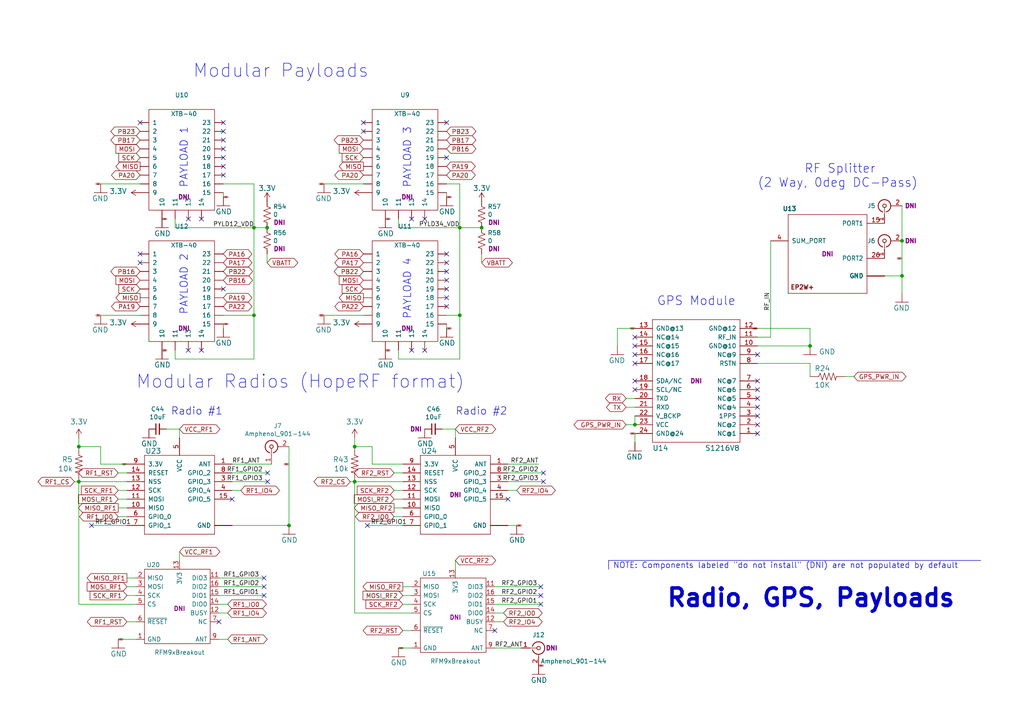
<source format=kicad_sch>
(kicad_sch (version 20230121) (generator eeschema)
  (paper "A4")
  (title_block (title "PyCubed Mainboard") (date "2021-06-09") (rev "v05c") (company "Max Holliday"))
  (lib_symbols
    (symbol "Connector:Conn_Coaxial" (pin_names (offset 1.016) hide)
      (property "Reference" "J" (at 0.254 3.048 0))
      (property "Value" "Conn_Coaxial" (at 2.921 0 90))
      (symbol "Conn_Coaxial_1_1"
        (pin passive line (at -5.08 0 0) (length 2.54) (name "In") (number "1"))
        (pin passive line (at 0 -5.08 90) (length 2.54) (name "Ext") (number "2"))
      )
    )
    (symbol "Device:C_Small" (pin_numbers hide) (pin_names (offset 0.254) hide)
      (property "Reference" "C" (at 0.254 1.778 0))
      (property "Value" "C_Small" (at 0.254 -2.032 0))
      (symbol "C_Small_1_1"
        (pin passive line (at 0 2.54 270) (length 2.032) (name "~") (number "1"))
        (pin passive line (at 0 -2.54 90) (length 2.032) (name "~") (number "2"))
      )
    )
    (symbol "Device:R_US" (pin_numbers hide) (pin_names (offset 0))
      (property "Reference" "R" (at 2.54 0 90))
      (property "Value" "R_US" (at -2.54 0 90))
      (symbol "R_US_1_1"
        (pin passive line (at 0 3.81 270) (length 1.27) (name "~") (number "1"))
        (pin passive line (at 0 -3.81 90) (length 1.27) (name "~") (number "2"))
      )
    )
    (symbol "mainboard:10KOHM-1_10W-1%(0603)0603" (pin_names (offset 1.016))
      (property "Reference" "R" (at -3.81 1.4986 0))
      (property "Value" "10KOHM-1_10W-1%(0603)0603" (at -3.81 -3.302 0))
      (symbol "10KOHM-1_10W-1%(0603)0603_1_0"
        (pin passive line (at -5.08 0 0) (length 2.54) (name "1") (number "1"))
        (pin passive line (at 5.08 0 180) (length 2.54) (name "2") (number "2"))
      )
    )
    (symbol "mainboard:3.3V" (power) (pin_names (offset 1.016))
      (property "Value" "3.3V" (at -1.016 3.556 0))
      (symbol "3.3V_1_0"
        (pin power_in line (at 0 0 90) (length 2.54) (name "3.3V") (number "1"))
      )
    )
    (symbol "mainboard:EP2W+" (pin_names (offset 1.016))
      (property "Reference" "U" (at -7.62 10.16 0))
      (symbol "EP2W+_1_0"
        (text "EP2W+" (at -5.08 -12.7 0) (effects (font (size 1.27 1.27) bold) (justify right top)))
        (pin bidirectional line (at 15.24 -10.16 180) (length 5.08) (name "GND") (number "1"))
        (pin bidirectional line (at 15.24 -10.16 180) (length 5.08) (name "GND") (number "10"))
        (pin bidirectional line (at 15.24 -10.16 180) (length 5.08) (name "GND") (number "11"))
        (pin bidirectional line (at 15.24 -10.16 180) (length 5.08) (name "GND") (number "12"))
        (pin bidirectional line (at 15.24 -10.16 180) (length 5.08) (name "GND") (number "13"))
        (pin bidirectional line (at 15.24 -10.16 180) (length 5.08) (name "GND") (number "14"))
        (pin bidirectional line (at 15.24 5.08 180) (length 5.08) (name "PORT1") (number "15"))
        (pin bidirectional line (at 15.24 -10.16 180) (length 5.08) (name "GND") (number "16"))
        (pin bidirectional line (at 15.24 -10.16 180) (length 5.08) (name "GND") (number "17"))
        (pin bidirectional line (at 15.24 -10.16 180) (length 5.08) (name "GND") (number "18"))
        (pin bidirectional line (at 15.24 -10.16 180) (length 5.08) (name "GND") (number "19"))
        (pin bidirectional line (at 15.24 -10.16 180) (length 5.08) (name "GND") (number "2"))
        (pin bidirectional line (at 15.24 -10.16 180) (length 5.08) (name "GND") (number "20"))
        (pin bidirectional line (at 15.24 -10.16 180) (length 5.08) (name "GND") (number "21"))
        (pin bidirectional line (at 15.24 -10.16 180) (length 5.08) (name "GND") (number "22"))
        (pin bidirectional line (at 15.24 -10.16 180) (length 5.08) (name "GND") (number "23"))
        (pin bidirectional line (at 15.24 -10.16 180) (length 5.08) (name "GND") (number "24"))
        (pin bidirectional line (at 15.24 -10.16 180) (length 5.08) (name "GND") (number "25"))
        (pin bidirectional line (at 15.24 -5.08 180) (length 5.08) (name "PORT2") (number "26"))
        (pin bidirectional line (at 15.24 -10.16 180) (length 5.08) (name "GND") (number "27"))
        (pin bidirectional line (at 15.24 -10.16 180) (length 5.08) (name "GND") (number "28"))
        (pin bidirectional line (at 15.24 -10.16 180) (length 5.08) (name "GND") (number "29"))
        (pin bidirectional line (at 15.24 -10.16 180) (length 5.08) (name "GND") (number "3"))
        (pin bidirectional line (at 15.24 -10.16 180) (length 5.08) (name "GND") (number "30"))
        (pin bidirectional line (at 15.24 -10.16 180) (length 5.08) (name "GND") (number "31"))
        (pin bidirectional line (at 15.24 -10.16 180) (length 5.08) (name "GND") (number "32"))
        (pin bidirectional line (at -17.78 0 0) (length 5.08) (name "SUM_PORT") (number "4"))
        (pin bidirectional line (at 15.24 -10.16 180) (length 5.08) (name "GND") (number "5"))
        (pin bidirectional line (at 15.24 -10.16 180) (length 5.08) (name "GND") (number "6"))
        (pin bidirectional line (at 15.24 -10.16 180) (length 5.08) (name "GND") (number "7"))
        (pin bidirectional line (at 15.24 -10.16 180) (length 5.08) (name "GND") (number "8"))
        (pin bidirectional line (at 15.24 -10.16 180) (length 5.08) (name "GND") (number "9"))
        (pin bidirectional line (at 15.24 -10.16 180) (length 5.08) (name "GND") (number "EP"))
      )
    )
    (symbol "mainboard:GND" (power) (pin_names (offset 1.016))
      (property "Value" "GND" (at -2.54 -2.54 0))
      (symbol "GND_1_0"
        (pin power_in line (at 0 2.54 270) (length 2.54) (name "GND") (number "1"))
      )
    )
    (symbol "mainboard:RFM98PW" (pin_names (offset 1.016))
      (property "Reference" "U" (at -7.62 10.16 0))
      (symbol "RFM98PW_0_0"
        (pin bidirectional line (at 17.78 -10.16 180) (length 5.08) hide (name "GND") (number "17"))
        (pin bidirectional line (at 2.54 15.24 270) (length 5.08) (name "VCC") (number "5"))
      )
      (symbol "RFM98PW_1_0"
        (pin bidirectional line (at 17.78 7.62 180) (length 5.08) (name "ANT") (number "1"))
        (pin bidirectional line (at -12.7 -5.08 0) (length 5.08) (name "MISO") (number "10"))
        (pin bidirectional line (at -12.7 -2.54 0) (length 5.08) (name "MOSI") (number "11"))
        (pin bidirectional line (at -12.7 0 0) (length 5.08) (name "SCK") (number "12"))
        (pin bidirectional line (at -12.7 2.54 0) (length 5.08) (name "NSS") (number "13"))
        (pin bidirectional line (at -12.7 5.08 0) (length 5.08) (name "RESET") (number "14"))
        (pin bidirectional line (at 17.78 -2.54 180) (length 5.08) (name "GPIO_5") (number "15"))
        (pin bidirectional line (at 17.78 -10.16 180) (length 5.08) (name "GND") (number "16"))
        (pin bidirectional line (at 17.78 -10.16 180) (length 5.08) (name "GND") (number "2"))
        (pin bidirectional line (at 17.78 2.54 180) (length 5.08) (name "GPIO_3") (number "3"))
        (pin bidirectional line (at 17.78 0 180) (length 5.08) (name "GPIO_4") (number "4"))
        (pin bidirectional line (at -12.7 -7.62 0) (length 5.08) (name "GPIO_0") (number "6"))
        (pin bidirectional line (at -12.7 -10.16 0) (length 5.08) (name "GPIO_1") (number "7"))
        (pin bidirectional line (at 17.78 5.08 180) (length 5.08) (name "GPIO_2") (number "8"))
        (pin power_in line (at -12.7 7.62 0) (length 5.08) (name "3.3V") (number "9"))
      )
    )
    (symbol "mainboard:RFM9xBreakout" (pin_names (offset 0.762))
      (property "Reference" "U" (at -3.81 12.7 0))
      (property "Value" "RFM9xBreakout" (at -7.62 -11.43 0))
      (symbol "RFM9xBreakout_1_1"
        (pin bidirectional line (at -12.7 -8.89 0) (length 2.54) (name "GND") (number "1"))
        (pin bidirectional line (at -12.7 -8.89 0) (length 2.54) hide (name "GND") (number "10"))
        (pin bidirectional line (at 11.43 8.89 180) (length 2.54) (name "DIO3") (number "11"))
        (pin bidirectional line (at 11.43 -1.27 180) (length 2.54) (name "BUSY") (number "12"))
        (pin bidirectional line (at 0 13.97 270) (length 2.54) (name "3V3") (number "13"))
        (pin bidirectional line (at 11.43 1.27 180) (length 2.54) (name "DIO0") (number "14"))
        (pin bidirectional line (at 11.43 3.81 180) (length 2.54) (name "DIO1") (number "15"))
        (pin bidirectional line (at 11.43 6.35 180) (length 2.54) (name "DIO2") (number "16"))
        (pin bidirectional line (at -12.7 8.89 0) (length 2.54) (name "MISO") (number "2"))
        (pin bidirectional line (at -12.7 6.35 0) (length 2.54) (name "MOSI") (number "3"))
        (pin bidirectional line (at -12.7 3.81 0) (length 2.54) (name "SCK") (number "4"))
        (pin bidirectional line (at -12.7 1.27 0) (length 2.54) (name "CS") (number "5"))
        (pin bidirectional line (at -12.7 -3.81 0) (length 2.54) (name "~{RESET}") (number "6"))
        (pin bidirectional line (at 11.43 -3.81 180) (length 2.54) (name "NC") (number "7"))
        (pin bidirectional line (at -12.7 -8.89 0) (length 2.54) hide (name "GND") (number "8"))
        (pin bidirectional line (at 11.43 -8.89 180) (length 2.54) (name "ANT") (number "9"))
      )
    )
    (symbol "mainboard:S1216V8" (pin_names (offset 1.016))
      (property "Reference" "U" (at -12.7 -20.32 0))
      (property "Value" "S1216V8" (at 2.54 -20.32 0))
      (symbol "S1216V8_1_0"
        (pin bidirectional line (at 17.78 -15.24 180) (length 5.08) (name "NC@1") (number "1"))
        (pin bidirectional line (at 17.78 10.16 180) (length 5.08) (name "GND@10") (number "10"))
        (pin bidirectional line (at 17.78 12.7 180) (length 5.08) (name "RF_IN") (number "11"))
        (pin bidirectional line (at 17.78 15.24 180) (length 5.08) (name "GND@12") (number "12"))
        (pin bidirectional line (at -17.78 15.24 0) (length 5.08) (name "GND@13") (number "13"))
        (pin bidirectional line (at -17.78 12.7 0) (length 5.08) (name "NC@14") (number "14"))
        (pin bidirectional line (at -17.78 10.16 0) (length 5.08) (name "NC@15") (number "15"))
        (pin bidirectional line (at -17.78 7.62 0) (length 5.08) (name "NC@16") (number "16"))
        (pin bidirectional line (at -17.78 5.08 0) (length 5.08) (name "NC@17") (number "17"))
        (pin bidirectional line (at -17.78 0 0) (length 5.08) (name "SDA/NC") (number "18"))
        (pin bidirectional line (at -17.78 -2.54 0) (length 5.08) (name "SCL/NC") (number "19"))
        (pin bidirectional line (at 17.78 -12.7 180) (length 5.08) (name "NC@2") (number "2"))
        (pin bidirectional line (at -17.78 -5.08 0) (length 5.08) (name "TXD") (number "20"))
        (pin bidirectional line (at -17.78 -7.62 0) (length 5.08) (name "RXD") (number "21"))
        (pin bidirectional line (at -17.78 -10.16 0) (length 5.08) (name "V_BCKP") (number "22"))
        (pin bidirectional line (at -17.78 -12.7 0) (length 5.08) (name "VCC") (number "23"))
        (pin bidirectional line (at -17.78 -15.24 0) (length 5.08) (name "GND@24") (number "24"))
        (pin bidirectional line (at 17.78 -10.16 180) (length 5.08) (name "1PPS") (number "3"))
        (pin bidirectional line (at 17.78 -7.62 180) (length 5.08) (name "NC@4") (number "4"))
        (pin bidirectional line (at 17.78 -5.08 180) (length 5.08) (name "NC@5") (number "5"))
        (pin bidirectional line (at 17.78 -2.54 180) (length 5.08) (name "NC@6") (number "6"))
        (pin bidirectional line (at 17.78 0 180) (length 5.08) (name "NC@7") (number "7"))
        (pin bidirectional line (at 17.78 5.08 180) (length 5.08) (name "RSTN") (number "8"))
        (pin bidirectional line (at 17.78 7.62 180) (length 5.08) (name "NC@9") (number "9"))
      )
    )
    (symbol "mainboard:XTB-40_payload" (pin_names (offset 1.016))
      (property "Reference" "U" (at -2.54 13.97 0))
      (property "Value" "XTB-40_payload" (at -1.27 11.43 0))
      (symbol "XTB-40_payload_1_0"
        (pin bidirectional line (at -12.7 8.89 0) (length 2.54) (name "1") (number "1"))
      )
      (symbol "XTB-40_payload_1_1"
        (pin bidirectional line (at -6.35 -19.05 90) (length 2.54) (name "10") (number "10"))
        (pin bidirectional line (at -2.54 -19.05 90) (length 2.54) (name "11") (number "11"))
        (pin bidirectional line (at 1.27 -19.05 90) (length 2.54) (name "13") (number "13"))
        (pin bidirectional line (at 5.08 -19.05 90) (length 2.54) (name "14") (number "14"))
        (pin bidirectional line (at 11.43 -11.43 180) (length 2.54) (name "15") (number "15"))
        (pin bidirectional line (at 11.43 -8.89 180) (length 2.54) (name "16") (number "16"))
        (pin bidirectional line (at 11.43 -6.35 180) (length 2.54) (name "17") (number "17"))
        (pin bidirectional line (at 11.43 -3.81 180) (length 2.54) (name "18") (number "18"))
        (pin bidirectional line (at 11.43 -1.27 180) (length 2.54) (name "19") (number "19"))
        (pin bidirectional line (at -12.7 6.35 0) (length 2.54) (name "2") (number "2"))
        (pin bidirectional line (at 11.43 1.27 180) (length 2.54) (name "20") (number "20"))
        (pin bidirectional line (at 11.43 3.81 180) (length 2.54) (name "21") (number "21"))
        (pin bidirectional line (at 11.43 6.35 180) (length 2.54) (name "22") (number "22"))
        (pin bidirectional line (at 11.43 8.89 180) (length 2.54) (name "23") (number "23"))
        (pin bidirectional line (at -12.7 3.81 0) (length 2.54) (name "3") (number "3"))
        (pin bidirectional line (at -12.7 1.27 0) (length 2.54) (name "4") (number "4"))
        (pin bidirectional line (at -12.7 -1.27 0) (length 2.54) (name "5") (number "5"))
        (pin bidirectional line (at -12.7 -3.81 0) (length 2.54) (name "6") (number "6"))
        (pin bidirectional line (at -12.7 -6.35 0) (length 2.54) (name "7") (number "7"))
        (pin bidirectional line (at -12.7 -8.89 0) (length 2.54) (name "8") (number "8"))
        (pin bidirectional line (at -12.7 -11.43 0) (length 2.54) (name "9") (number "9"))
      )
    )
  )
  (junction (at 133.35 91.44))
  (junction (at 261.62 69.85))
  (junction (at 77.47 66.04))
  (junction (at 73.66 91.44))
  (junction (at 261.62 80.01))
  (junction (at 73.66 66.04))
  (junction (at 184.15 123.19))
  (junction (at 139.7 66.04))
  (junction (at 83.82 152.4))
  (junction (at 22.86 129.54))
  (junction (at 22.86 139.7))
  (junction (at 133.35 66.04))
  (junction (at 102.87 139.7))
  (junction (at 102.87 129.54))
  (junction (at 234.95 100.33))
  (no_connect (at 219.71 113.03))
  (no_connect (at 64.77 38.1))
  (no_connect (at 219.71 125.73))
  (no_connect (at 129.54 78.74))
  (no_connect (at 157.607 137.16))
  (no_connect (at 129.54 86.36))
  (no_connect (at 67.31 144.78))
  (no_connect (at 129.54 73.66))
  (no_connect (at 77.597 137.16))
  (no_connect (at 54.61 101.6))
  (no_connect (at 63.5 180.34))
  (no_connect (at 184.15 105.41))
  (no_connect (at 219.71 123.19))
  (no_connect (at 219.71 110.49))
  (no_connect (at 76.581 172.72))
  (no_connect (at 184.15 110.49))
  (no_connect (at 76.581 167.64))
  (no_connect (at 40.64 35.56))
  (no_connect (at 219.71 120.65))
  (no_connect (at 64.77 48.26))
  (no_connect (at 129.54 35.56))
  (no_connect (at 143.51 182.88))
  (no_connect (at 106.553 152.4))
  (no_connect (at 76.581 170.18))
  (no_connect (at 157.607 139.7))
  (no_connect (at 123.19 101.6))
  (no_connect (at 156.845 172.72))
  (no_connect (at 105.41 38.1))
  (no_connect (at 156.845 170.18))
  (no_connect (at 119.38 63.5))
  (no_connect (at 123.19 63.5))
  (no_connect (at 105.41 35.56))
  (no_connect (at 129.54 83.82))
  (no_connect (at 129.54 81.28))
  (no_connect (at 129.54 45.72))
  (no_connect (at 58.42 63.5))
  (no_connect (at 58.42 101.6))
  (no_connect (at 77.597 139.7))
  (no_connect (at 129.54 76.2))
  (no_connect (at 147.32 144.78))
  (no_connect (at 184.15 97.79))
  (no_connect (at 184.15 113.03))
  (no_connect (at 64.77 45.72))
  (no_connect (at 64.77 40.64))
  (no_connect (at 64.77 50.8))
  (no_connect (at 26.543 152.4))
  (no_connect (at 184.15 100.33))
  (no_connect (at 184.15 102.87))
  (no_connect (at 219.71 115.57))
  (no_connect (at 129.54 88.9))
  (no_connect (at 64.77 35.56))
  (no_connect (at 156.845 175.26))
  (no_connect (at 219.71 102.87))
  (no_connect (at 64.77 43.18))
  (no_connect (at 54.61 63.5))
  (no_connect (at 64.77 83.82))
  (no_connect (at 119.38 101.6))
  (no_connect (at 219.71 118.11))
  (no_connect (at 40.64 73.66))
  (no_connect (at 40.64 76.2))
  (wire (pts (xy 73.66 66.04) (xy 73.66 91.44)))
  (wire (pts (xy 69.85 142.24) (xy 67.31 142.24)))
  (wire (pts (xy 115.57 104.14) (xy 133.35 104.14)))
  (wire (pts (xy 39.37 180.34) (xy 36.83 180.34)))
  (wire (pts (xy 133.35 53.34) (xy 133.35 66.04)))
  (wire (pts (xy 179.07 95.25) (xy 179.07 100.33)))
  (wire (pts (xy 219.71 97.79) (xy 223.52 97.79)))
  (wire (pts (xy 34.29 185.42) (xy 39.37 185.42)))
  (wire (pts (xy 63.5 167.64) (xy 76.581 167.64)))
  (wire (pts (xy 151.13 187.96) (xy 143.51 187.96)))
  (wire (pts (xy 115.57 63.5) (xy 115.57 66.04)))
  (wire (pts (xy 261.62 69.85) (xy 261.62 80.01)))
  (wire (pts (xy 50.8 66.04) (xy 73.66 66.04)))
  (wire (pts (xy 116.84 137.16) (xy 114.3 137.16)))
  (wire (pts (xy 116.84 147.32) (xy 114.3 147.32)))
  (wire (pts (xy 119.38 175.26) (xy 116.84 175.26)))
  (wire (pts (xy 147.32 137.16) (xy 157.607 137.16)))
  (wire (pts (xy 115.57 187.96) (xy 119.38 187.96)))
  (wire (pts (xy 93.98 91.44) (xy 105.41 91.44)))
  (polyline (pts (xy 176.53 162.56) (xy 284.48 162.56)))
  (wire (pts (xy 149.86 152.4) (xy 147.32 152.4)))
  (wire (pts (xy 50.8 104.14) (xy 73.66 104.14)))
  (wire (pts (xy 83.82 129.54) (xy 83.82 152.4)))
  (wire (pts (xy 36.83 147.32) (xy 34.29 147.32)))
  (wire (pts (xy 143.51 172.72) (xy 156.845 172.72)))
  (wire (pts (xy 184.15 118.11) (xy 181.61 118.11)))
  (wire (pts (xy 116.84 139.7) (xy 102.87 139.7)))
  (wire (pts (xy 66.04 175.26) (xy 63.5 175.26)))
  (wire (pts (xy 63.5 170.18) (xy 76.581 170.18)))
  (wire (pts (xy 143.51 170.18) (xy 156.845 170.18)))
  (wire (pts (xy 102.87 129.54) (xy 102.87 127)))
  (wire (pts (xy 64.77 95.25) (xy 64.77 93.98)))
  (wire (pts (xy 21.59 139.7) (xy 22.86 139.7)))
  (wire (pts (xy 73.66 91.44) (xy 64.77 91.44)))
  (wire (pts (xy 39.37 167.64) (xy 36.83 167.64)))
  (wire (pts (xy 39.37 170.18) (xy 36.83 170.18)))
  (wire (pts (xy 133.35 91.44) (xy 129.54 91.44)))
  (wire (pts (xy 184.15 123.19) (xy 181.61 123.19)))
  (wire (pts (xy 22.86 175.26) (xy 39.37 175.26)))
  (wire (pts (xy 147.32 139.7) (xy 157.607 139.7)))
  (wire (pts (xy 67.31 134.62) (xy 78.74 134.62)))
  (wire (pts (xy 219.71 105.41) (xy 234.95 105.41)))
  (wire (pts (xy 116.84 144.78) (xy 114.3 144.78)))
  (wire (pts (xy 107.95 129.54) (xy 102.87 129.54)))
  (wire (pts (xy 73.66 66.04) (xy 77.47 66.04)))
  (wire (pts (xy 29.21 91.44) (xy 40.64 91.44)))
  (wire (pts (xy 115.57 66.04) (xy 133.35 66.04)))
  (wire (pts (xy 73.66 91.44) (xy 73.66 104.14)))
  (wire (pts (xy 102.87 139.7) (xy 101.6 139.7)))
  (wire (pts (xy 119.38 182.88) (xy 116.84 182.88)))
  (wire (pts (xy 93.98 53.34) (xy 105.41 53.34)))
  (wire (pts (xy 261.62 59.69) (xy 261.62 69.85)))
  (wire (pts (xy 50.8 101.6) (xy 50.8 104.14)))
  (wire (pts (xy 133.35 53.34) (xy 129.54 53.34)))
  (wire (pts (xy 133.35 66.04) (xy 139.7 66.04)))
  (wire (pts (xy 149.86 142.24) (xy 147.32 142.24)))
  (wire (pts (xy 139.7 76.2) (xy 139.7 73.66)))
  (wire (pts (xy 36.83 142.24) (xy 34.29 142.24)))
  (wire (pts (xy 66.04 177.8) (xy 63.5 177.8)))
  (wire (pts (xy 133.35 91.44) (xy 133.35 104.14)))
  (wire (pts (xy 129.54 57.15) (xy 129.54 55.88)))
  (wire (pts (xy 184.15 123.19) (xy 184.15 120.65)))
  (wire (pts (xy 29.21 53.34) (xy 40.64 53.34)))
  (wire (pts (xy 132.08 124.46) (xy 128.27 124.46)))
  (wire (pts (xy 234.95 105.41) (xy 234.95 109.22)))
  (wire (pts (xy 261.62 80.01) (xy 261.62 85.09)))
  (wire (pts (xy 234.95 100.33) (xy 219.71 100.33)))
  (wire (pts (xy 223.52 69.85) (xy 223.52 97.79)))
  (wire (pts (xy 147.32 134.62) (xy 156.21 134.62)))
  (wire (pts (xy 184.15 115.57) (xy 181.61 115.57)))
  (wire (pts (xy 234.95 95.25) (xy 234.95 100.33)))
  (wire (pts (xy 36.83 137.16) (xy 34.29 137.16)))
  (wire (pts (xy 119.38 170.18) (xy 116.84 170.18)))
  (wire (pts (xy 29.21 134.62) (xy 29.21 129.54)))
  (wire (pts (xy 22.86 129.54) (xy 22.86 127)))
  (wire (pts (xy 67.31 152.4) (xy 83.82 152.4)))
  (wire (pts (xy 184.15 125.73) (xy 184.15 128.27)))
  (wire (pts (xy 116.84 152.4) (xy 106.553 152.4)))
  (wire (pts (xy 67.31 137.16) (xy 77.597 137.16)))
  (wire (pts (xy 36.83 134.62) (xy 29.21 134.62)))
  (wire (pts (xy 102.87 177.8) (xy 119.38 177.8)))
  (wire (pts (xy 219.71 95.25) (xy 234.95 95.25)))
  (wire (pts (xy 119.38 172.72) (xy 116.84 172.72)))
  (wire (pts (xy 73.66 53.34) (xy 73.66 66.04)))
  (wire (pts (xy 52.07 160.02) (xy 52.07 162.56)))
  (wire (pts (xy 116.84 134.62) (xy 107.95 134.62)))
  (wire (pts (xy 66.04 185.42) (xy 63.5 185.42)))
  (wire (pts (xy 63.5 172.72) (xy 76.581 172.72)))
  (wire (pts (xy 29.21 129.54) (xy 22.86 129.54)))
  (wire (pts (xy 36.83 144.78) (xy 34.29 144.78)))
  (wire (pts (xy 132.08 162.56) (xy 132.08 165.1)))
  (polyline (pts (xy 176.53 165.1) (xy 176.53 162.56)))
  (wire (pts (xy 34.29 149.86) (xy 36.83 149.86)))
  (wire (pts (xy 102.87 177.8) (xy 102.87 139.7)))
  (wire (pts (xy 116.84 149.86) (xy 114.3 149.86)))
  (wire (pts (xy 73.66 53.34) (xy 64.77 53.34)))
  (wire (pts (xy 115.57 101.6) (xy 115.57 104.14)))
  (wire (pts (xy 116.84 142.24) (xy 114.3 142.24)))
  (wire (pts (xy 52.07 124.46) (xy 48.26 124.46)))
  (wire (pts (xy 67.31 139.7) (xy 77.597 139.7)))
  (wire (pts (xy 39.37 172.72) (xy 36.83 172.72)))
  (wire (pts (xy 143.51 177.8) (xy 146.05 177.8)))
  (wire (pts (xy 133.35 66.04) (xy 133.35 91.44)))
  (wire (pts (xy 77.47 76.2) (xy 77.47 73.66)))
  (wire (pts (xy 52.07 124.46) (xy 52.07 127)))
  (wire (pts (xy 129.54 95.25) (xy 129.54 93.98)))
  (wire (pts (xy 22.86 139.7) (xy 36.83 139.7)))
  (wire (pts (xy 146.05 180.34) (xy 143.51 180.34)))
  (wire (pts (xy 64.77 57.15) (xy 64.77 55.88)))
  (wire (pts (xy 22.86 139.7) (xy 22.86 175.26)))
  (wire (pts (xy 256.54 80.01) (xy 261.62 80.01)))
  (wire (pts (xy 50.8 63.5) (xy 50.8 66.04)))
  (wire (pts (xy 143.51 175.26) (xy 156.845 175.26)))
  (wire (pts (xy 132.08 124.46) (xy 132.08 127)))
  (wire (pts (xy 184.15 95.25) (xy 179.07 95.25)))
  (wire (pts (xy 107.95 134.62) (xy 107.95 129.54)))
  (wire (pts (xy 245.11 109.22) (xy 247.65 109.22)))
  (wire (pts (xy 36.83 152.4) (xy 26.543 152.4)))
  (text "PAYLOAD 2" (at 54.61 91.44 90) (effects (font (size 2.159 2.159)) (justify left bottom)))
  (text "Radio #2" (at 132.08 120.65 0) (effects (font (size 2.159 2.159)) (justify left bottom)))
  (text "GPS Module" (at 190.5 88.9 0) (effects (font (size 2.54 2.54)) (justify left bottom)))
  (text "Modular Radios (HopeRF format)" (at 39.37 113.03 0) (effects (font (size 3.81 3.81)) (justify left bottom)))
  (text "PAYLOAD 4" (at 119.38 92.71 90) (effects (font (size 2.159 2.159)) (justify left bottom)))
  (text "PAYLOAD 1" (at 54.61 54.61 90) (effects (font (size 2.159 2.159)) (justify left bottom)))
  (text "PAYLOAD 3" (at 119.38 54.61 90) (effects (font (size 2.159 2.159)) (justify left bottom)))
  (text "       RF Splitter \n(2 Way, 0deg DC-Pass)" (at 219.71 54.61 0) (effects (font (size 2.54 2.54)) (justify left bottom)))
  (text "Radio #1" (at 49.53 120.65 0) (effects (font (size 2.159 2.159)) (justify left bottom)))
  (text "NOTE: Components labeled \"do not install\" (DNI) are not populated by default" (at 177.8 165.1 0) (effects (font (size 1.651 1.651)) (justify left bottom)))
  (text "Radio, GPS, Payloads" (at 193.04 176.53 0) (effects (font (size 5.08 5.08) (thickness 1.016) bold) (justify left bottom)))
  (text "Modular Payloads" (at 55.88 22.86 0) (effects (font (size 3.81 3.81)) (justify left bottom)))
  (label "RF1_ANT" (at 67.31 134.62 0))
  (label "RF2_ANT" (at 156.21 134.62 180))
  (label "RF_IN" (at 223.52 90.17 90))
  (label "RF2_ANT" (at 143.51 187.96 0))
  (label "PYLD34_VDD" (at 133.35 66.04 180))
  (label "RF1_GPIO2" (at 76.2 137.16 180))
  (label "RF1_GPIO3" (at 76.2 139.7 180))
  (label "PYLD12_VDD" (at 73.66 66.04 180))
  (label "RF1_GPIO2" (at 75.184 170.18 180))
  (label "RF2_GPIO1" (at 155.829 175.26 180))
  (label "RF1_GPIO3" (at 75.184 167.64 180))
  (label "RF1_GPIO1" (at 75.184 172.72 180))
  (label "RF1_GPIO1" (at 27.559 152.4 0))
  (label "RF2_GPIO2" (at 156.21 137.16 180))
  (label "RF2_GPIO3" (at 155.829 170.18 180))
  (label "RF2_GPIO1" (at 107.569 152.4 0))
  (label "RF2_GPIO2" (at 155.829 172.72 180))
  (label "RF2_GPIO3" (at 156.21 139.7 180))
  (global_label "PB23" (shape bidirectional) (at 40.64 38.1 180) (property "Intersheetrefs" "${INTERSHEET_REFS}" (effects hide)))
  (global_label "GND" (shape bidirectional) (at 29.21 53.34 180) (effects (font (size 0.254 0.254))) (property "Intersheetrefs" "${INTERSHEET_REFS}" (effects hide)))
  (global_label "GND" (shape bidirectional) (at 64.77 93.98 0) (effects (font (size 0.254 0.254))) (property "Intersheetrefs" "${INTERSHEET_REFS}" (effects hide)))
  (global_label "PB23" (shape bidirectional) (at 129.54 38.1 0) (property "Intersheetrefs" "${INTERSHEET_REFS}" (effects hide)))
  (global_label "RF1_RST" (shape bidirectional) (at 34.29 137.16 180) (property "Intersheetrefs" "${INTERSHEET_REFS}" (effects hide)))
  (global_label "RF2_IO0" (shape bidirectional) (at 114.3 149.86 180) (property "Intersheetrefs" "${INTERSHEET_REFS}" (effects hide)))
  (global_label "SCK" (shape input) (at 105.41 45.72 180) (property "Intersheetrefs" "${INTERSHEET_REFS}" (effects hide)))
  (global_label "RF1_ANT" (shape bidirectional) (at 66.04 185.42 0) (property "Intersheetrefs" "${INTERSHEET_REFS}" (effects hide)))
  (global_label "PA16" (shape bidirectional) (at 105.41 73.66 180) (property "Intersheetrefs" "${INTERSHEET_REFS}" (effects hide)))
  (global_label "RF1_CS" (shape bidirectional) (at 21.59 139.7 180) (property "Intersheetrefs" "${INTERSHEET_REFS}" (effects hide)))
  (global_label "VBATT" (shape bidirectional) (at 139.7 76.2 0) (property "Intersheetrefs" "${INTERSHEET_REFS}" (effects hide)))
  (global_label "PB22" (shape bidirectional) (at 105.41 78.74 180) (property "Intersheetrefs" "${INTERSHEET_REFS}" (effects hide)))
  (global_label "GND" (shape bidirectional) (at 111.76 63.5 0) (effects (font (size 0.254 0.254))) (property "Intersheetrefs" "${INTERSHEET_REFS}" (effects hide)))
  (global_label "RF1_IO4" (shape bidirectional) (at 69.85 142.24 0) (property "Intersheetrefs" "${INTERSHEET_REFS}" (effects hide)))
  (global_label "RF2_IO0" (shape bidirectional) (at 146.05 177.8 0) (property "Intersheetrefs" "${INTERSHEET_REFS}" (effects hide)))
  (global_label "SCK_RF1" (shape input) (at 36.83 172.72 180) (property "Intersheetrefs" "${INTERSHEET_REFS}" (effects hide)))
  (global_label "GND" (shape bidirectional) (at 83.82 134.62 180) (effects (font (size 0.254 0.254))) (property "Intersheetrefs" "${INTERSHEET_REFS}" (effects hide)))
  (global_label "RF2_IO4" (shape bidirectional) (at 149.86 142.24 0) (property "Intersheetrefs" "${INTERSHEET_REFS}" (effects hide)))
  (global_label "MOSI" (shape input) (at 105.41 81.28 180) (property "Intersheetrefs" "${INTERSHEET_REFS}" (effects hide)))
  (global_label "GND" (shape bidirectional) (at 93.98 91.44 180) (effects (font (size 0.254 0.254))) (property "Intersheetrefs" "${INTERSHEET_REFS}" (effects hide)))
  (global_label "3.3V" (shape bidirectional) (at 36.83 134.62 180) (effects (font (size 0.254 0.254))) (property "Intersheetrefs" "${INTERSHEET_REFS}" (effects hide)))
  (global_label "SCK" (shape input) (at 105.41 83.82 180) (property "Intersheetrefs" "${INTERSHEET_REFS}" (effects hide)))
  (global_label "GND" (shape bidirectional) (at 219.71 95.25 180) (effects (font (size 0.254 0.254))) (property "Intersheetrefs" "${INTERSHEET_REFS}" (effects hide)))
  (global_label "VBATT" (shape bidirectional) (at 77.47 76.2 0) (property "Intersheetrefs" "${INTERSHEET_REFS}" (effects hide)))
  (global_label "RF2_RST" (shape bidirectional) (at 116.84 182.88 180) (property "Intersheetrefs" "${INTERSHEET_REFS}" (effects hide)))
  (global_label "SCK_RF1" (shape input) (at 34.29 142.24 180) (property "Intersheetrefs" "${INTERSHEET_REFS}" (effects hide)))
  (global_label "SCK" (shape input) (at 40.64 83.82 180) (property "Intersheetrefs" "${INTERSHEET_REFS}" (effects hide)))
  (global_label "PA20" (shape bidirectional) (at 129.54 50.8 0) (property "Intersheetrefs" "${INTERSHEET_REFS}" (effects hide)))
  (global_label "GPS_PWR_IN" (shape bidirectional) (at 181.61 123.19 180) (property "Intersheetrefs" "${INTERSHEET_REFS}" (effects hide)))
  (global_label "GND" (shape bidirectional) (at 46.99 101.6 0) (effects (font (size 0.254 0.254))) (property "Intersheetrefs" "${INTERSHEET_REFS}" (effects hide)))
  (global_label "PB23" (shape bidirectional) (at 105.41 40.64 180) (property "Intersheetrefs" "${INTERSHEET_REFS}" (effects hide)))
  (global_label "MISO_RF2" (shape output) (at 116.84 170.18 180) (property "Intersheetrefs" "${INTERSHEET_REFS}" (effects hide)))
  (global_label "MOSI_RF1" (shape input) (at 34.29 144.78 180) (property "Intersheetrefs" "${INTERSHEET_REFS}" (effects hide)))
  (global_label "GND" (shape bidirectional) (at 64.77 57.15 0) (effects (font (size 0.254 0.254))) (property "Intersheetrefs" "${INTERSHEET_REFS}" (effects hide)))
  (global_label "GPS_PWR_IN" (shape bidirectional) (at 247.65 109.22 0) (property "Intersheetrefs" "${INTERSHEET_REFS}" (effects hide)))
  (global_label "PA22" (shape bidirectional) (at 105.41 88.9 180) (property "Intersheetrefs" "${INTERSHEET_REFS}" (effects hide)))
  (global_label "RF2_CS" (shape bidirectional) (at 101.6 139.7 180) (property "Intersheetrefs" "${INTERSHEET_REFS}" (effects hide)))
  (global_label "GND" (shape bidirectional) (at 29.21 91.44 180) (effects (font (size 0.254 0.254))) (property "Intersheetrefs" "${INTERSHEET_REFS}" (effects hide)))
  (global_label "MOSI_RF1" (shape input) (at 36.83 170.18 180) (property "Intersheetrefs" "${INTERSHEET_REFS}" (effects hide)))
  (global_label "MOSI_RF2" (shape input) (at 114.3 144.78 180) (property "Intersheetrefs" "${INTERSHEET_REFS}" (effects hide)))
  (global_label "PB22" (shape bidirectional) (at 64.77 78.74 0) (property "Intersheetrefs" "${INTERSHEET_REFS}" (effects hide)))
  (global_label "GND" (shape bidirectional) (at 115.57 187.96 0) (effects (font (size 0.254 0.254))) (property "Intersheetrefs" "${INTERSHEET_REFS}" (effects hide)))
  (global_label "GND" (shape bidirectional) (at 34.29 185.42 0) (effects (font (size 0.254 0.254))) (property "Intersheetrefs" "${INTERSHEET_REFS}" (effects hide)))
  (global_label "MISO" (shape output) (at 105.41 86.36 180) (property "Intersheetrefs" "${INTERSHEET_REFS}" (effects hide)))
  (global_label "PA19" (shape bidirectional) (at 129.54 48.26 0) (property "Intersheetrefs" "${INTERSHEET_REFS}" (effects hide)))
  (global_label "PA17" (shape bidirectional) (at 105.41 76.2 180) (property "Intersheetrefs" "${INTERSHEET_REFS}" (effects hide)))
  (global_label "VCC_RF2" (shape bidirectional) (at 132.08 162.56 0) (property "Intersheetrefs" "${INTERSHEET_REFS}" (effects hide)))
  (global_label "TX" (shape bidirectional) (at 181.61 118.11 180) (property "Intersheetrefs" "${INTERSHEET_REFS}" (effects hide)))
  (global_label "RF2_IO4" (shape bidirectional) (at 146.05 180.34 0) (property "Intersheetrefs" "${INTERSHEET_REFS}" (effects hide)))
  (global_label "PA19" (shape bidirectional) (at 64.77 86.36 0) (property "Intersheetrefs" "${INTERSHEET_REFS}" (effects hide)))
  (global_label "GND" (shape bidirectional) (at 93.98 53.34 180) (effects (font (size 0.254 0.254))) (property "Intersheetrefs" "${INTERSHEET_REFS}" (effects hide)))
  (global_label "MISO_RF2" (shape output) (at 114.3 147.32 180) (property "Intersheetrefs" "${INTERSHEET_REFS}" (effects hide)))
  (global_label "VCC_RF1" (shape bidirectional) (at 52.07 124.46 0) (property "Intersheetrefs" "${INTERSHEET_REFS}" (effects hide)))
  (global_label "SCK" (shape input) (at 40.64 45.72 180) (property "Intersheetrefs" "${INTERSHEET_REFS}" (effects hide)))
  (global_label "RF1_IO4" (shape bidirectional) (at 66.04 177.8 0) (property "Intersheetrefs" "${INTERSHEET_REFS}" (effects hide)))
  (global_label "GND" (shape bidirectional) (at 184.15 95.25 180) (effects (font (size 0.254 0.254))) (property "Intersheetrefs" "${INTERSHEET_REFS}" (effects hide)))
  (global_label "MISO" (shape output) (at 40.64 48.26 180) (property "Intersheetrefs" "${INTERSHEET_REFS}" (effects hide)))
  (global_label "PB16" (shape bidirectional) (at 129.54 43.18 0) (property "Intersheetrefs" "${INTERSHEET_REFS}" (effects hide)))
  (global_label "VCC_RF1" (shape bidirectional) (at 52.07 160.02 0) (property "Intersheetrefs" "${INTERSHEET_REFS}" (effects hide)))
  (global_label "MISO_RF1" (shape output) (at 36.83 167.64 180) (property "Intersheetrefs" "${INTERSHEET_REFS}" (effects hide)))
  (global_label "GND" (shape bidirectional) (at 149.86 152.4 0) (effects (font (size 0.254 0.254))) (property "Intersheetrefs" "${INTERSHEET_REFS}" (effects hide)))
  (global_label "MISO" (shape output) (at 105.41 48.26 180) (property "Intersheetrefs" "${INTERSHEET_REFS}" (effects hide)))
  (global_label "VCC_RF2" (shape bidirectional) (at 132.08 124.46 0) (property "Intersheetrefs" "${INTERSHEET_REFS}" (effects hide)))
  (global_label "RF2_RST" (shape bidirectional) (at 114.3 137.16 180) (property "Intersheetrefs" "${INTERSHEET_REFS}" (effects hide)))
  (global_label "PA20" (shape bidirectional) (at 105.41 50.8 180) (property "Intersheetrefs" "${INTERSHEET_REFS}" (effects hide)))
  (global_label "GND" (shape bidirectional) (at 46.99 63.5 0) (effects (font (size 0.254 0.254))) (property "Intersheetrefs" "${INTERSHEET_REFS}" (effects hide)))
  (global_label "PA22" (shape bidirectional) (at 64.77 88.9 0) (property "Intersheetrefs" "${INTERSHEET_REFS}" (effects hide)))
  (global_label "PA16" (shape bidirectional) (at 64.77 73.66 0) (property "Intersheetrefs" "${INTERSHEET_REFS}" (effects hide)))
  (global_label "SCK_RF2" (shape input) (at 116.84 175.26 180) (property "Intersheetrefs" "${INTERSHEET_REFS}" (effects hide)))
  (global_label "RF1_RST" (shape bidirectional) (at 36.83 180.34 180) (property "Intersheetrefs" "${INTERSHEET_REFS}" (effects hide)))
  (global_label "GND" (shape bidirectional) (at 111.76 101.6 0) (effects (font (size 0.254 0.254))) (property "Intersheetrefs" "${INTERSHEET_REFS}" (effects hide)))
  (global_label "GND" (shape bidirectional) (at 184.15 125.73 180) (effects (font (size 0.254 0.254))) (property "Intersheetrefs" "${INTERSHEET_REFS}" (effects hide)))
  (global_label "MISO" (shape output) (at 40.64 86.36 180) (property "Intersheetrefs" "${INTERSHEET_REFS}" (effects hide)))
  (global_label "GND" (shape bidirectional) (at 156.21 193.04 0) (effects (font (size 0.254 0.254))) (property "Intersheetrefs" "${INTERSHEET_REFS}" (effects hide)))
  (global_label "RF1_IO0" (shape bidirectional) (at 34.29 149.86 180) (property "Intersheetrefs" "${INTERSHEET_REFS}" (effects hide)))
  (global_label "GND" (shape bidirectional) (at 129.54 95.25 0) (effects (font (size 0.254 0.254))) (property "Intersheetrefs" "${INTERSHEET_REFS}" (effects hide)))
  (global_label "PB17" (shape bidirectional) (at 129.54 40.64 0) (property "Intersheetrefs" "${INTERSHEET_REFS}" (effects hide)))
  (global_label "MOSI" (shape input) (at 40.64 43.18 180) (property "Intersheetrefs" "${INTERSHEET_REFS}" (effects hide)))
  (global_label "GND" (shape bidirectional) (at 261.62 74.93 180) (effects (font (size 0.254 0.254))) (property "Intersheetrefs" "${INTERSHEET_REFS}" (effects hide)))
  (global_label "RF1_IO0" (shape bidirectional) (at 66.04 175.26 0) (property "Intersheetrefs" "${INTERSHEET_REFS}" (effects hide)))
  (global_label "PA20" (shape bidirectional) (at 40.64 50.8 180) (property "Intersheetrefs" "${INTERSHEET_REFS}" (effects hide)))
  (global_label "PA17" (shape bidirectional) (at 64.77 76.2 0) (property "Intersheetrefs" "${INTERSHEET_REFS}" (effects hide)))
  (global_label "PB16" (shape bidirectional) (at 40.64 78.74 180) (property "Intersheetrefs" "${INTERSHEET_REFS}" (effects hide)))
  (global_label "GND" (shape bidirectional) (at 129.54 57.15 0) (effects (font (size 0.254 0.254))) (property "Intersheetrefs" "${INTERSHEET_REFS}" (effects hide)))
  (global_label "MOSI_RF2" (shape input) (at 116.84 172.72 180) (property "Intersheetrefs" "${INTERSHEET_REFS}" (effects hide)))
  (global_label "MOSI" (shape input) (at 40.64 81.28 180) (property "Intersheetrefs" "${INTERSHEET_REFS}" (effects hide)))
  (global_label "MOSI" (shape input) (at 105.41 43.18 180) (property "Intersheetrefs" "${INTERSHEET_REFS}" (effects hide)))
  (global_label "RX" (shape bidirectional) (at 181.61 115.57 180) (property "Intersheetrefs" "${INTERSHEET_REFS}" (effects hide)))
  (global_label "PA19" (shape bidirectional) (at 40.64 88.9 180) (property "Intersheetrefs" "${INTERSHEET_REFS}" (effects hide)))
  (global_label "SCK_RF2" (shape input) (at 114.3 142.24 180) (property "Intersheetrefs" "${INTERSHEET_REFS}" (effects hide)))
  (global_label "PB17" (shape bidirectional) (at 40.64 40.64 180) (property "Intersheetrefs" "${INTERSHEET_REFS}" (effects hide)))
  (global_label "MISO_RF1" (shape output) (at 34.29 147.32 180) (property "Intersheetrefs" "${INTERSHEET_REFS}" (effects hide)))
  (global_label "PB16" (shape bidirectional) (at 64.77 81.28 0) (property "Intersheetrefs" "${INTERSHEET_REFS}" (effects hide)))
  (symbol (lib_id "mainboard:10KOHM-1_10W-1%(0603)0603") (at 240.03 109.22 0) (unit 1)
    (property "Reference" "R24" (at 236.22 107.7214 0) (effects (font (size 1.4986 1.4986)) (justify left bottom)))
    (property "Value" "10K" (at 236.22 112.522 0) (effects (font (size 1.4986 1.4986)) (justify left bottom)))
    (property "Footprint" "Resistor_SMD:R_0603_1608Metric" (effects hide))
    (property "Description" "10K 0603" (effects hide))
    (instances (project "mainboard" (path "" (reference "R24") (unit 1)) (path "" (reference "R?") (unit 1))))
  )
  (symbol (lib_id "mainboard:GND") (at 261.62 87.63 0) (unit 1)
    (property "Reference" "#GND044" (effects hide))
    (property "Value" "GND" (at 259.08 90.17 0) (effects (font (size 1.4986 1.4986)) (justify left bottom)))
    (instances (project "mainboard" (path "" (reference "#GND044") (unit 1)) (path "" (reference "#GND?") (unit 1))))
  )
  (symbol (lib_id "mainboard:XTB-40_payload") (at 53.34 44.45 0) (unit 1)
    (property "Reference" "U10" (at 52.705 27.559 0))
    (property "Value" "XTB-40" (at 53.34 33.02 0))
    (property "Footprint" "mainboard:XTB40_payload" (effects hide))
    (property "DNI" "DNI" (at 53.34 57.15 0) (effects (font bold)))
  )
  (symbol (lib_id "mainboard:GND") (at 64.77 59.69 0) (mirror y) (unit 1)
    (property "Reference" "#GND035" (effects hide))
    (property "Value" "GND" (at 67.31 62.23 0) (effects (font (size 1.4986 1.4986)) (justify left bottom)))
    (instances (project "mainboard" (path "" (reference "#GND035") (unit 1)) (path "" (reference "#GND?") (unit 1))))
  )
  (symbol (lib_id "mainboard:3.3V") (at 40.64 55.88 90) (unit 1)
    (property "Reference" "#SUPPLY0105" (effects hide))
    (property "Value" "3.3V" (at 36.83 54.61 90) (effects (font (size 1.4986 1.4986)) (justify left bottom)))
    (instances (project "mainboard" (path "" (reference "#SUPPLY0105") (unit 1)) (path "" (reference "#SUPPLY?") (unit 1))))
  )
  (symbol (lib_id "mainboard:3.3V") (at 40.64 93.98 90) (unit 1)
    (property "Reference" "#SUPPLY0106" (effects hide))
    (property "Value" "3.3V" (at 36.83 92.71 90) (effects (font (size 1.4986 1.4986)) (justify left bottom)))
    (instances (project "mainboard" (path "" (reference "#SUPPLY0106") (unit 1)) (path "" (reference "#SUPPLY?") (unit 1))))
  )
  (symbol (lib_id "mainboard:3.3V") (at 105.41 55.88 90) (unit 1)
    (property "Reference" "#SUPPLY0107" (effects hide))
    (property "Value" "3.3V" (at 101.6 54.61 90) (effects (font (size 1.4986 1.4986)) (justify left bottom)))
    (instances (project "mainboard" (path "" (reference "#SUPPLY0107") (unit 1)) (path "" (reference "#SUPPLY?") (unit 1))))
  )
  (symbol (lib_id "mainboard:3.3V") (at 105.41 93.98 90) (unit 1)
    (property "Reference" "#SUPPLY0108" (effects hide))
    (property "Value" "3.3V" (at 101.6 92.71 90) (effects (font (size 1.4986 1.4986)) (justify left bottom)))
    (instances (project "mainboard" (path "" (reference "#SUPPLY0108") (unit 1)) (path "" (reference "#SUPPLY?") (unit 1))))
  )
  (symbol (lib_id "mainboard:GND") (at 29.21 93.98 0) (unit 1)
    (property "Reference" "#GND039" (effects hide))
    (property "Value" "GND" (at 26.67 96.52 0) (effects (font (size 1.4986 1.4986)) (justify left bottom)))
    (instances (project "mainboard" (path "" (reference "#GND039") (unit 1)) (path "" (reference "#GND?") (unit 1))))
  )
  (symbol (lib_id "mainboard:XTB-40_payload") (at 53.34 82.55 0) (unit 1)
    (property "Reference" "U12" (at 52.705 65.659 0))
    (property "Value" "XTB-40" (at 53.34 71.12 0))
    (property "Footprint" "mainboard:XTB40_payload" (effects hide))
    (property "DNI" "DNI" (at 53.34 95.25 0) (effects (font bold)))
  )
  (symbol (lib_id "mainboard:GND") (at 46.99 104.14 0) (mirror y) (unit 1)
    (property "Reference" "#GND041" (effects hide))
    (property "Value" "GND" (at 49.53 106.68 0) (effects (font (size 1.4986 1.4986)) (justify left bottom)))
    (instances (project "mainboard" (path "" (reference "#GND041") (unit 1)) (path "" (reference "#GND?") (unit 1))))
  )
  (symbol (lib_id "mainboard:GND") (at 93.98 55.88 0) (unit 1)
    (property "Reference" "#GND031" (effects hide))
    (property "Value" "GND" (at 91.44 58.42 0) (effects (font (size 1.4986 1.4986)) (justify left bottom)))
    (instances (project "mainboard" (path "" (reference "#GND031") (unit 1)) (path "" (reference "#GND?") (unit 1))))
  )
  (symbol (lib_id "mainboard:XTB-40_payload") (at 118.11 44.45 0) (unit 1)
    (property "Reference" "U9" (at 117.475 27.559 0))
    (property "Value" "XTB-40" (at 118.11 33.02 0))
    (property "Footprint" "mainboard:XTB40_payload" (effects hide))
    (property "DNI" "DNI" (at 118.11 57.15 0) (effects (font bold)))
  )
  (symbol (lib_id "mainboard:GND") (at 129.54 59.69 0) (mirror y) (unit 1)
    (property "Reference" "#GND034" (effects hide))
    (property "Value" "GND" (at 132.08 62.23 0) (effects (font (size 1.4986 1.4986)) (justify left bottom)))
    (instances (project "mainboard" (path "" (reference "#GND034") (unit 1)) (path "" (reference "#GND?") (unit 1))))
  )
  (symbol (lib_id "mainboard:GND") (at 93.98 93.98 0) (unit 1)
    (property "Reference" "#GND037" (effects hide))
    (property "Value" "GND" (at 91.44 96.52 0) (effects (font (size 1.4986 1.4986)) (justify left bottom)))
    (instances (project "mainboard" (path "" (reference "#GND037") (unit 1)) (path "" (reference "#GND?") (unit 1))))
  )
  (symbol (lib_id "mainboard:XTB-40_payload") (at 118.11 82.55 0) (unit 1)
    (property "Reference" "U11" (at 117.475 65.659 0))
    (property "Value" "XTB-40" (at 118.11 71.12 0))
    (property "Footprint" "mainboard:XTB40_payload" (effects hide))
    (property "DNI" "DNI" (at 118.11 95.25 0) (effects (font bold)))
  )
  (symbol (lib_id "mainboard:GND") (at 129.54 97.79 0) (mirror y) (unit 1)
    (property "Reference" "#GND040" (effects hide))
    (property "Value" "GND" (at 132.08 100.33 0) (effects (font (size 1.4986 1.4986)) (justify left bottom)))
    (instances (project "mainboard" (path "" (reference "#GND040") (unit 1)) (path "" (reference "#GND?") (unit 1))))
  )
  (symbol (lib_id "Connector:Conn_Coaxial") (at 256.54 59.69 90) (unit 1)
    (property "Reference" "J5" (at 252.73 59.69 90))
    (property "Value" "Amphenol_901-144" (effects hide))
    (property "Footprint" "Connector_Coaxial:SMA_Amphenol_901-144_Vertical" (effects hide))
    (property "Datasheet" "https://www.amphenolrf.com/library/download/link/link_id/593640/parent/901-144/" (effects hide))
    (property "DNI" "DNI" (at 264.16 59.69 90) (effects (font bold)))
    (property "Description" "Amphenol RF SMA " (effects hide))
    (property "Flight" "901-144" (effects hide))
    (property "Manufacturer_Name" "Amphenol" (effects hide))
    (property "Manufacturer_Part_Number" "901-144" (effects hide))
    (property "Proto" "901-144" (effects hide))
  )
  (symbol (lib_id "Connector:Conn_Coaxial") (at 256.54 69.85 90) (unit 1)
    (property "Reference" "J6" (at 252.73 69.85 90))
    (property "Value" "Amphenol_901-144" (effects hide))
    (property "Footprint" "Connector_Coaxial:SMA_Amphenol_901-144_Vertical" (effects hide))
    (property "Datasheet" "https://www.amphenolrf.com/library/download/link/link_id/593640/parent/901-144/" (effects hide))
    (property "DNI" "DNI" (at 264.16 69.85 90) (effects (font bold)))
    (property "Description" "Amphenol RF SMA " (effects hide))
    (property "Flight" "901-144" (effects hide))
    (property "Manufacturer_Name" "Amphenol" (effects hide))
    (property "Manufacturer_Part_Number" "901-144" (effects hide))
    (property "Proto" "901-144" (effects hide))
  )
  (symbol (lib_id "Connector:Conn_Coaxial") (at 78.74 129.54 90) (unit 1)
    (property "Reference" "J7" (at 80.5434 123.5202 90))
    (property "Value" "Amphenol_901-144" (at 80.5434 125.8316 90))
    (property "Footprint" "Connector_Coaxial:SMA_Amphenol_901-144_Vertical" (effects hide))
    (property "Datasheet" "https://www.amphenolrf.com/library/download/link/link_id/593640/parent/901-144/" (effects hide))
    (property "Description" "Amphenol RF SMA " (effects hide))
    (property "Flight" "901-144" (effects hide))
    (property "Manufacturer_Name" "Amphenol" (effects hide))
    (property "Manufacturer_Part_Number" "901-144" (effects hide))
    (property "Proto" "901-144" (effects hide))
  )
  (symbol (lib_id "mainboard:RFM98PW") (at 49.53 142.24 0) (unit 1)
    (property "Reference" "U23" (at 44.45 130.81 0) (effects (font (size 1.4986 1.4986))))
    (property "Value" "RFM98PW" (effects hide))
    (property "Footprint" "mainboard:RFM95PW" (effects hide))
    (property "Description" "433 MHz 1W Radio" (effects hide))
    (property "Flight" "RFM98PW" (effects hide))
    (property "Manufacturer_Name" "HopeRF" (effects hide))
    (property "Manufacturer_Part_Number" "RFM98PW" (effects hide))
    (property "Proto" "RFM98PW" (effects hide))
  )
  (symbol (lib_id "mainboard:GND") (at 83.82 154.94 0) (mirror y) (unit 1)
    (property "Reference" "#GND0103" (effects hide))
    (property "Value" "GND" (at 86.36 157.48 0) (effects (font (size 1.4986 1.4986)) (justify left bottom)))
    (instances (project "mainboard" (path "" (reference "#GND0103") (unit 1)) (path "" (reference "#GND?") (unit 1))))
  )
  (symbol (lib_id "mainboard:RFM9xBreakout") (at 132.08 179.07 0) (unit 1)
    (property "Reference" "U15" (at 124.46 166.37 0))
    (property "Value" "RFM9xBreakout" (at 132.08 191.77 0))
    (property "Footprint" "RF_Module:HOPERF_RFM9XW_SMD" (effects hide))
    (property "DNI" "DNI" (at 132.08 179.07 0) (effects (font bold)))
  )
  (symbol (lib_id "Connector:Conn_Coaxial") (at 156.21 187.96 0) (unit 1)
    (property "Reference" "J12" (at 156.21 184.15 0))
    (property "Value" "Amphenol_901-144" (at 166.37 191.77 0))
    (property "Footprint" "Connector_Coaxial:SMA_Amphenol_901-144_Vertical" (effects hide))
    (property "Datasheet" "https://www.amphenolrf.com/library/download/link/link_id/593640/parent/901-144/" (effects hide))
    (property "DNI" "DNI" (at 160.02 187.96 0) (effects (font bold)))
    (property "Description" "Amphenol RF SMA " (effects hide))
    (property "Flight" "901-144" (effects hide))
    (property "Manufacturer_Name" "Amphenol" (effects hide))
    (property "Manufacturer_Part_Number" "901-144" (effects hide))
    (property "Proto" "901-144" (effects hide))
  )
  (symbol (lib_id "mainboard:GND") (at 156.21 195.58 0) (mirror y) (unit 1)
    (property "Reference" "#GND0105" (effects hide))
    (property "Value" "GND" (at 158.75 198.12 0) (effects (font (size 1.4986 1.4986)) (justify left bottom)))
    (instances (project "mainboard" (path "" (reference "#GND0105") (unit 1)) (path "" (reference "#GND?") (unit 1))))
  )
  (symbol (lib_id "mainboard:RFM98PW") (at 129.54 142.24 0) (unit 1)
    (property "Reference" "U24" (at 124.46 130.81 0) (effects (font (size 1.4986 1.4986))))
    (property "Value" "RFM98PW" (effects hide))
    (property "Footprint" "mainboard:RFM95PW" (effects hide))
    (property "DNI" "DNI" (at 132.08 143.51 0) (effects (font bold)))
  )
  (symbol (lib_id "mainboard:GND") (at 115.57 190.5 0) (mirror y) (unit 1)
    (property "Reference" "#GND0106" (effects hide))
    (property "Value" "GND" (at 118.11 193.04 0) (effects (font (size 1.4986 1.4986)) (justify left bottom)))
    (instances (project "mainboard" (path "" (reference "#GND0106") (unit 1)) (path "" (reference "#GND?") (unit 1))))
  )
  (symbol (lib_id "mainboard:GND") (at 149.86 154.94 0) (mirror y) (unit 1)
    (property "Reference" "#GND0107" (effects hide))
    (property "Value" "GND" (at 152.4 157.48 0) (effects (font (size 1.4986 1.4986)) (justify left bottom)))
    (instances (project "mainboard" (path "" (reference "#GND0107") (unit 1)) (path "" (reference "#GND?") (unit 1))))
  )
  (symbol (lib_id "mainboard:RFM9xBreakout") (at 52.07 176.53 0) (unit 1)
    (property "Reference" "U20" (at 44.45 163.83 0))
    (property "Value" "RFM9xBreakout" (at 52.07 189.23 0))
    (property "Footprint" "RF_Module:HOPERF_RFM9XW_SMD" (effects hide))
    (property "DNI" "DNI" (at 52.07 176.53 0) (effects (font bold)))
  )
  (symbol (lib_id "mainboard:GND") (at 34.29 187.96 0) (mirror y) (unit 1)
    (property "Reference" "#GND0110" (effects hide))
    (property "Value" "GND" (at 36.83 190.5 0) (effects (font (size 1.4986 1.4986)) (justify left bottom)))
    (instances (project "mainboard" (path "" (reference "#GND0110") (unit 1)) (path "" (reference "#GND?") (unit 1))))
  )
  (symbol (lib_id "mainboard:10KOHM-1_10W-1%(0603)0603") (at 102.87 134.62 270) (unit 1)
    (property "Reference" "R43" (at 101.1428 133.2738 90) (effects (font (size 1.4986 1.4986)) (justify right)))
    (property "Value" "10k" (at 101.1428 135.9408 90) (effects (font (size 1.4986 1.4986)) (justify right)))
    (property "Footprint" "Resistor_SMD:R_0603_1608Metric" (effects hide))
    (property "Description" "10k 0603" (effects hide))
    (instances (project "mainboard" (path "" (reference "R43") (unit 1)) (path "" (reference "R?") (unit 1))))
  )
  (symbol (lib_id "mainboard:10KOHM-1_10W-1%(0603)0603") (at 22.86 134.62 270) (unit 1)
    (property "Reference" "R5" (at 21.1328 133.2738 90) (effects (font (size 1.4986 1.4986)) (justify right)))
    (property "Value" "10k" (at 21.1328 135.9408 90) (effects (font (size 1.4986 1.4986)) (justify right)))
    (property "Footprint" "Resistor_SMD:R_0603_1608Metric" (effects hide))
    (property "Description" "10k 0603" (effects hide))
    (instances (project "mainboard" (path "" (reference "R5") (unit 1)) (path "" (reference "R?") (unit 1))))
  )
  (symbol (lib_id "Device:R_US") (at 139.7 62.23 0) (unit 1)
    (property "Reference" "R57" (at 141.4272 59.9186 0) (effects (justify left)))
    (property "Value" "0" (at 141.4272 62.23 0) (effects (justify left)))
    (property "Footprint" "Resistor_SMD:R_0805_2012Metric" (effects hide))
    (property "DNI" "DNI" (at 141.4272 64.5414 0) (effects (font bold) (justify left)))
    (property "Description" "0 0603" (effects hide))
  )
  (symbol (lib_id "mainboard:3.3V") (at 139.7 58.42 0) (unit 1)
    (property "Reference" "#SUPPLY012" (effects hide))
    (property "Value" "3.3V" (at 139.7 54.61 0) (effects (font (size 1.4986 1.4986))))
    (instances (project "mainboard" (path "" (reference "#SUPPLY012") (unit 1)) (path "" (reference "#SUPPLY?") (unit 1))))
  )
  (symbol (lib_id "Device:R_US") (at 139.7 69.85 0) (unit 1)
    (property "Reference" "R58" (at 141.4272 67.5386 0) (effects (justify left)))
    (property "Value" "0" (at 141.4272 69.85 0) (effects (justify left)))
    (property "Footprint" "Resistor_SMD:R_0805_2012Metric" (effects hide))
    (property "Description" "0 0603" (effects hide))
    (property "DNI" "DNI" (at 141.4272 72.1614 0) (effects (font bold) (justify left)))
  )
  (symbol (lib_id "Device:R_US") (at 77.47 62.23 0) (unit 1)
    (property "Reference" "R54" (at 79.1972 59.9186 0) (effects (justify left)))
    (property "Value" "0" (at 79.1972 62.23 0) (effects (justify left)))
    (property "Footprint" "Resistor_SMD:R_0805_2012Metric" (effects hide))
    (property "DNI" "DNI" (at 79.1972 64.5414 0) (effects (font bold) (justify left)))
    (property "Description" "0 0603" (effects hide))
  )
  (symbol (lib_id "Device:R_US") (at 77.47 69.85 0) (unit 1)
    (property "Reference" "R56" (at 79.1972 67.5386 0) (effects (justify left)))
    (property "Value" "0" (at 79.1972 69.85 0) (effects (justify left)))
    (property "Footprint" "Resistor_SMD:R_0805_2012Metric" (effects hide))
    (property "Description" "0 0603" (effects hide))
    (property "DNI" "DNI" (at 79.1972 72.1614 0) (effects (font bold) (justify left)))
  )
  (symbol (lib_id "mainboard:3.3V") (at 77.47 58.42 0) (unit 1)
    (property "Reference" "#SUPPLY011" (effects hide))
    (property "Value" "3.3V" (at 77.47 54.61 0) (effects (font (size 1.4986 1.4986))))
    (instances (project "mainboard" (path "" (reference "#SUPPLY011") (unit 1)) (path "" (reference "#SUPPLY?") (unit 1))))
  )
  (symbol (lib_id "mainboard:3.3V") (at 102.87 127 0) (unit 1)
    (property "Reference" "#SUPPLY0104" (effects hide))
    (property "Value" "3.3V" (at 100.33 123.19 0) (effects (font (size 1.4986 1.4986)) (justify left bottom)))
    (instances (project "mainboard" (path "" (reference "#SUPPLY0104") (unit 1)) (path "" (reference "#SUPPLY?") (unit 1))))
  )
  (symbol (lib_id "mainboard:3.3V") (at 22.86 127 0) (unit 1)
    (property "Reference" "#SUPPLY0109" (effects hide))
    (property "Value" "3.3V" (at 20.32 123.19 0) (effects (font (size 1.4986 1.4986)) (justify left bottom)))
    (instances (project "mainboard" (path "" (reference "#SUPPLY0109") (unit 1)) (path "" (reference "#SUPPLY?") (unit 1))))
  )
  (symbol (lib_id "mainboard:GND") (at 111.76 104.14 0) (mirror y) (unit 1)
    (property "Reference" "#GND0115" (effects hide))
    (property "Value" "GND" (at 114.3 106.68 0) (effects (font (size 1.4986 1.4986)) (justify left bottom)))
    (instances (project "mainboard" (path "" (reference "#GND0115") (unit 1)) (path "" (reference "#GND?") (unit 1))))
  )
  (symbol (lib_id "mainboard:GND") (at 111.76 66.04 0) (mirror y) (unit 1)
    (property "Reference" "#GND0116" (effects hide))
    (property "Value" "GND" (at 114.3 68.58 0) (effects (font (size 1.4986 1.4986)) (justify left bottom)))
    (instances (project "mainboard" (path "" (reference "#GND0116") (unit 1)) (path "" (reference "#GND?") (unit 1))))
  )
  (symbol (lib_id "mainboard:GND") (at 46.99 66.04 0) (mirror y) (unit 1)
    (property "Reference" "#GND0118" (effects hide))
    (property "Value" "GND" (at 49.53 68.58 0) (effects (font (size 1.4986 1.4986)) (justify left bottom)))
    (instances (project "mainboard" (path "" (reference "#GND0118") (unit 1)) (path "" (reference "#GND?") (unit 1))))
  )
  (symbol (lib_id "Device:C_Small") (at 45.72 124.46 90) (unit 1)
    (property "Reference" "C44" (at 45.72 118.6434 90))
    (property "Value" "10uF" (at 45.72 120.9548 90))
    (property "Footprint" "Capacitor_SMD:C_0603_1608Metric" (effects hide))
    (property "Description" "10uF +-20% 10V X5R" (effects hide))
    (instances (project "mainboard" (path "" (reference "C44") (unit 1)) (path "" (reference "C?") (unit 1))))
  )
  (symbol (lib_id "mainboard:GND") (at 43.18 127 0) (mirror y) (unit 1)
    (property "Reference" "#GND036" (effects hide))
    (property "Value" "GND" (at 45.72 129.54 0) (effects (font (size 1.4986 1.4986)) (justify left bottom)))
    (instances (project "mainboard" (path "" (reference "#GND036") (unit 1)) (path "" (reference "#GND?") (unit 1))))
  )
  (symbol (lib_id "mainboard:GND") (at 64.77 97.79 0) (mirror y) (unit 1)
    (property "Reference" "#GND0119" (effects hide))
    (property "Value" "GND" (at 67.31 100.33 0) (effects (font (size 1.4986 1.4986)) (justify left bottom)))
    (instances (project "mainboard" (path "" (reference "#GND0119") (unit 1)) (path "" (reference "#GND?") (unit 1))))
  )
  (symbol (lib_id "Device:C_Small") (at 125.73 124.46 90) (unit 1)
    (property "Reference" "C46" (at 125.73 118.6434 90))
    (property "Value" "10uF" (at 125.73 120.9548 90))
    (property "Footprint" "Capacitor_SMD:C_0603_1608Metric" (effects hide))
    (property "Description" "10uF +-20% 10V X5R" (effects hide))
    (property "DNI" "DNI" (at 120.65 124.46 90) (effects (font bold)))
    (instances (project "mainboard" (path "" (reference "C46") (unit 1)) (path "" (reference "C?") (unit 1))))
  )
  (symbol (lib_id "mainboard:GND") (at 123.19 127 0) (mirror y) (unit 1)
    (property "Reference" "#GND038" (effects hide))
    (property "Value" "GND" (at 125.73 129.54 0) (effects (font (size 1.4986 1.4986)) (justify left bottom)))
    (instances (project "mainboard" (path "" (reference "#GND038") (unit 1)) (path "" (reference "#GND?") (unit 1))))
  )
  (symbol (lib_id "mainboard:EP2W+") (at 241.3 69.85 0) (unit 1)
    (property "Reference" "U13" (at 231.14 59.69 0) (effects (font bold) (justify right top)))
    (property "Value" "EP2W+" (effects hide))
    (property "Footprint" "mainboard:QFN32-5X5MM" (effects hide))
    (property "Datasheet" "https://www.minicircuits.com/pdfs/EP2W+.pdf" (effects hide))
    (property "DNI" "DNI" (at 240.03 73.66 0) (effects (font bold)))
    (property "Description" "RF Splitter DC-Pass" (effects hide))
    (property "Flight" "EP2W+" (effects hide))
    (property "Manufacturer_Name" "Mini Circuits" (effects hide))
    (property "Manufacturer_Part_Number" "EP2W+" (effects hide))
    (instances (project "mainboard" (path "" (reference "U13") (unit 1)) (path "" (reference "U?") (unit 1))))
  )
  (symbol (lib_id "mainboard:GND") (at 29.21 55.88 0) (unit 1)
    (property "Reference" "#GND033" (effects hide))
    (property "Value" "GND" (at 26.67 58.42 0) (effects (font (size 1.4986 1.4986)) (justify left bottom)))
    (instances (project "mainboard" (path "" (reference "#GND033") (unit 1)) (path "" (reference "#GND?") (unit 1))))
  )
  (symbol (lib_id "mainboard:GND") (at 179.07 102.87 0) (unit 1)
    (property "Reference" "#GND042" (effects hide))
    (property "Value" "GND" (at 176.53 105.41 0) (effects (font (size 1.4986 1.4986)) (justify left bottom)))
    (instances (project "mainboard" (path "" (reference "#GND042") (unit 1)) (path "" (reference "#GND?") (unit 1))))
  )
  (symbol (lib_id "mainboard:GND") (at 184.15 130.81 0) (unit 1)
    (property "Reference" "#GND043" (effects hide))
    (property "Value" "GND" (at 181.61 133.35 0) (effects (font (size 1.4986 1.4986)) (justify left bottom)))
    (instances (project "mainboard" (path "" (reference "#GND043") (unit 1)) (path "" (reference "#GND?") (unit 1))))
  )
  (symbol (lib_id "mainboard:GND") (at 234.95 102.87 0) (unit 1)
    (property "Reference" "#GND047" (effects hide))
    (property "Value" "GND" (at 237.49 102.87 0) (effects (font (size 1.4986 1.4986)) (justify left bottom)))
    (instances (project "mainboard" (path "" (reference "#GND047") (unit 1)) (path "" (reference "#GND?") (unit 1))))
  )
  (symbol (lib_id "mainboard:S1216V8") (at 201.93 110.49 0) (unit 1)
    (property "Reference" "U14" (at 189.23 130.81 0) (effects (font (size 1.4986 1.4986)) (justify left bottom)))
    (property "Value" "S1216V8" (at 204.47 130.81 0) (effects (font (size 1.4986 1.4986)) (justify left bottom)))
    (property "Footprint" "mainboard:S1216_24PIN_PACKAGE" (effects hide))
    (property "DNI" "DNI" (at 201.93 110.49 0) (effects (font bold)))
    (instances (project "mainboard" (path "" (reference "U14") (unit 1)) (path "" (reference "U?") (unit 1))))
  )
)
</source>
